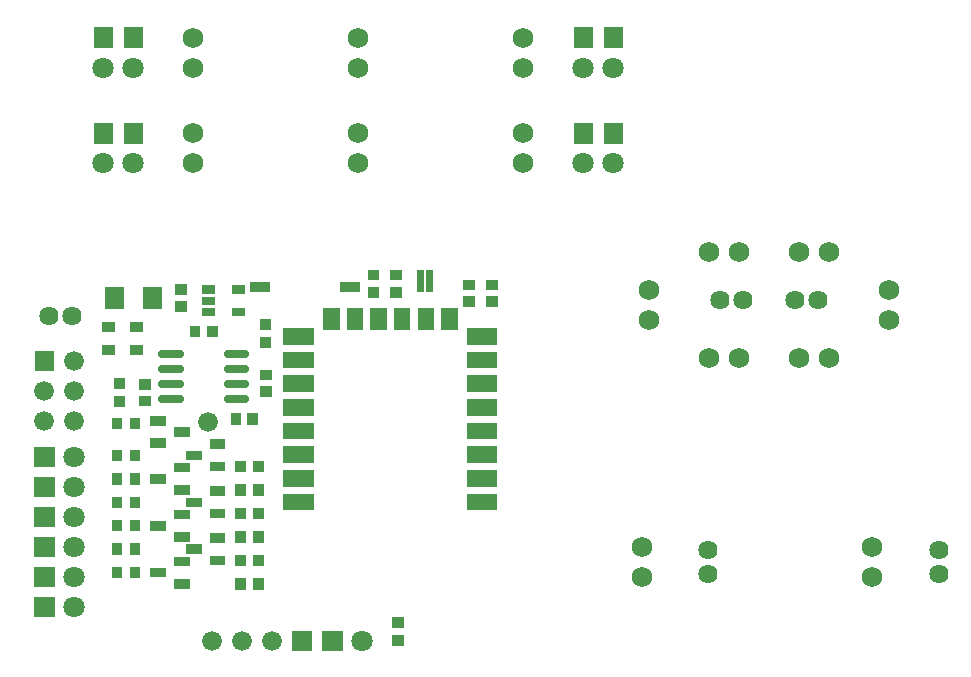
<source format=gts>
G04 Layer: TopSolderMaskLayer*
G04 EasyEDA v6.5.1, 2022-03-27 00:01:15*
G04 cc65af8350e74c879d8fba7fd4beee03,7d3f4a13764643a7838717c5c1d40531,10*
G04 Gerber Generator version 0.2*
G04 Scale: 100 percent, Rotated: No, Reflected: No *
G04 Dimensions in inches *
G04 leading zeros omitted , absolute positions ,3 integer and 6 decimal *
%FSLAX36Y36*%
%MOIN*%

%ADD45C,0.0271*%
%ADD48C,0.0660*%
%ADD52C,0.0709*%
%ADD53R,0.1024X0.0552*%
%ADD60C,0.0640*%
%ADD62C,0.0690*%

%LPD*%
D45*
X560160Y1037500D02*
G01*
X502799Y1037500D01*
X560160Y987500D02*
G01*
X502799Y987500D01*
X560160Y937500D02*
G01*
X502799Y937500D01*
X560160Y887500D02*
G01*
X502799Y887500D01*
X778460Y1037500D02*
G01*
X721098Y1037500D01*
X778460Y987500D02*
G01*
X721098Y987500D01*
X778460Y937500D02*
G01*
X721098Y937500D01*
X778460Y887500D02*
G01*
X721098Y887500D01*
G36*
X1268500Y65000D02*
G01*
X1268500Y100700D01*
X1306499Y100700D01*
X1306499Y65000D01*
G37*
G36*
X1268500Y124299D02*
G01*
X1268500Y160000D01*
X1306499Y160000D01*
X1306499Y124299D01*
G37*
G36*
X935699Y48200D02*
G01*
X935699Y114200D01*
X1001800Y114200D01*
X1001800Y48200D01*
G37*
D48*
G01*
X868750Y81250D03*
G01*
X768750Y81250D03*
G01*
X668750Y81250D03*
G36*
X1381999Y1243800D02*
G01*
X1381999Y1318699D01*
X1405699Y1318699D01*
X1405699Y1243800D01*
G37*
G36*
X1350500Y1243800D02*
G01*
X1350500Y1318699D01*
X1374200Y1318699D01*
X1374200Y1243800D01*
G37*
G36*
X462100Y799699D02*
G01*
X462100Y831300D01*
X515300Y831300D01*
X515300Y799699D01*
G37*
G36*
X462100Y724899D02*
G01*
X462100Y756500D01*
X515300Y756500D01*
X515300Y724899D01*
G37*
G36*
X540900Y762300D02*
G01*
X540900Y793899D01*
X594099Y793899D01*
X594099Y762300D01*
G37*
G36*
X540900Y256199D02*
G01*
X540900Y287800D01*
X594099Y287800D01*
X594099Y256199D01*
G37*
G36*
X540900Y330999D02*
G01*
X540900Y362600D01*
X594099Y362600D01*
X594099Y330999D01*
G37*
G36*
X462100Y293600D02*
G01*
X462100Y325199D01*
X515300Y325199D01*
X515300Y293600D01*
G37*
G36*
X659699Y334299D02*
G01*
X659699Y365900D01*
X712899Y365900D01*
X712899Y334299D01*
G37*
G36*
X659699Y409099D02*
G01*
X659699Y440700D01*
X712899Y440700D01*
X712899Y409099D01*
G37*
G36*
X580900Y371700D02*
G01*
X580900Y403299D01*
X634099Y403299D01*
X634099Y371700D01*
G37*
G36*
X540900Y412399D02*
G01*
X540900Y444000D01*
X594099Y444000D01*
X594099Y412399D01*
G37*
G36*
X540900Y487199D02*
G01*
X540900Y518800D01*
X594099Y518800D01*
X594099Y487199D01*
G37*
G36*
X462100Y449800D02*
G01*
X462100Y481399D01*
X515300Y481399D01*
X515300Y449800D01*
G37*
G36*
X659699Y490500D02*
G01*
X659699Y522100D01*
X712899Y522100D01*
X712899Y490500D01*
G37*
G36*
X659699Y565300D02*
G01*
X659699Y596900D01*
X712899Y596900D01*
X712899Y565300D01*
G37*
G36*
X580900Y527899D02*
G01*
X580900Y559499D01*
X634099Y559499D01*
X634099Y527899D01*
G37*
G36*
X540900Y568699D02*
G01*
X540900Y600300D01*
X594099Y600300D01*
X594099Y568699D01*
G37*
G36*
X540900Y643499D02*
G01*
X540900Y675100D01*
X594099Y675100D01*
X594099Y643499D01*
G37*
G36*
X462100Y606100D02*
G01*
X462100Y637699D01*
X515300Y637699D01*
X515300Y606100D01*
G37*
G36*
X659699Y646799D02*
G01*
X659699Y678400D01*
X712899Y678400D01*
X712899Y646799D01*
G37*
G36*
X659699Y721599D02*
G01*
X659699Y753200D01*
X712899Y753200D01*
X712899Y721599D01*
G37*
G36*
X580900Y684200D02*
G01*
X580900Y715799D01*
X634099Y715799D01*
X634099Y684200D01*
G37*
G36*
X1033299Y48200D02*
G01*
X1033299Y114200D01*
X1104200Y114200D01*
X1104200Y48200D01*
G37*
D52*
G01*
X1168750Y81250D03*
G36*
X1516400Y517699D02*
G01*
X1516400Y572899D01*
X1618800Y572899D01*
X1618800Y517699D01*
G37*
G36*
X1516400Y596399D02*
G01*
X1516400Y651599D01*
X1618800Y651599D01*
X1618800Y596399D01*
G37*
G36*
X1516400Y675199D02*
G01*
X1516400Y730399D01*
X1618800Y730399D01*
X1618800Y675199D01*
G37*
D53*
G01*
X1567610Y781500D03*
G36*
X1516400Y832600D02*
G01*
X1516400Y887800D01*
X1618800Y887800D01*
X1618800Y832600D01*
G37*
G36*
X1516400Y911399D02*
G01*
X1516400Y966599D01*
X1618800Y966599D01*
X1618800Y911399D01*
G37*
G36*
X1516400Y990100D02*
G01*
X1516400Y1045300D01*
X1618800Y1045300D01*
X1618800Y990100D01*
G37*
G36*
X1516400Y1068899D02*
G01*
X1516400Y1124099D01*
X1618800Y1124099D01*
X1618800Y1068899D01*
G37*
G36*
X1431800Y1117300D02*
G01*
X1431800Y1192199D01*
X1486999Y1192199D01*
X1486999Y1117300D01*
G37*
G36*
X1353100Y1117199D02*
G01*
X1353100Y1192100D01*
X1408199Y1192100D01*
X1408199Y1117199D01*
G37*
G36*
X1274300Y1117300D02*
G01*
X1274300Y1192100D01*
X1329499Y1192100D01*
X1329499Y1117300D01*
G37*
G36*
X1195600Y1117300D02*
G01*
X1195600Y1192100D01*
X1250799Y1192100D01*
X1250799Y1117300D01*
G37*
G36*
X1116800Y1117300D02*
G01*
X1116800Y1192100D01*
X1171999Y1192100D01*
X1171999Y1117300D01*
G37*
G36*
X1038100Y1117300D02*
G01*
X1038100Y1192199D01*
X1093299Y1192199D01*
X1093299Y1117300D01*
G37*
G36*
X906199Y1068899D02*
G01*
X906199Y1124099D01*
X1008599Y1124099D01*
X1008599Y1068899D01*
G37*
G36*
X906199Y990100D02*
G01*
X906199Y1045300D01*
X1008599Y1045300D01*
X1008599Y990100D01*
G37*
G36*
X906199Y911399D02*
G01*
X906199Y966599D01*
X1008599Y966599D01*
X1008599Y911399D01*
G37*
G36*
X906199Y832600D02*
G01*
X906199Y887800D01*
X1008599Y887800D01*
X1008599Y832600D01*
G37*
G36*
X906199Y753899D02*
G01*
X906199Y809099D01*
X1008599Y809099D01*
X1008599Y753899D01*
G37*
G36*
X906199Y675199D02*
G01*
X906199Y730300D01*
X1008599Y730300D01*
X1008599Y675199D01*
G37*
G36*
X906199Y596399D02*
G01*
X906199Y651599D01*
X1008599Y651599D01*
X1008599Y596399D01*
G37*
G36*
X906199Y517699D02*
G01*
X906199Y572899D01*
X1008599Y572899D01*
X1008599Y517699D01*
G37*
G36*
X1262200Y1224299D02*
G01*
X1262200Y1260100D01*
X1300299Y1260100D01*
X1300299Y1224299D01*
G37*
G36*
X1262200Y1283699D02*
G01*
X1262200Y1319400D01*
X1300299Y1319400D01*
X1300299Y1283699D01*
G37*
G36*
X1187200Y1283699D02*
G01*
X1187200Y1319400D01*
X1225299Y1319400D01*
X1225299Y1283699D01*
G37*
G36*
X1187200Y1224299D02*
G01*
X1187200Y1260100D01*
X1225299Y1260100D01*
X1225299Y1224299D01*
G37*
G36*
X827899Y1058699D02*
G01*
X827899Y1094499D01*
X865900Y1094499D01*
X865900Y1058699D01*
G37*
G36*
X827899Y1118000D02*
G01*
X827899Y1153800D01*
X865900Y1153800D01*
X865900Y1118000D01*
G37*
G36*
X1580299Y1195300D02*
G01*
X1580299Y1230799D01*
X1619700Y1230799D01*
X1619700Y1195300D01*
G37*
G36*
X1580299Y1250399D02*
G01*
X1580299Y1285900D01*
X1619700Y1285900D01*
X1619700Y1250399D01*
G37*
G36*
X1505299Y1195300D02*
G01*
X1505299Y1230799D01*
X1544700Y1230799D01*
X1544700Y1195300D01*
G37*
G36*
X1505299Y1250399D02*
G01*
X1505299Y1285900D01*
X1544700Y1285900D01*
X1544700Y1250399D01*
G37*
G36*
X545900Y1234800D02*
G01*
X545900Y1270300D01*
X585300Y1270300D01*
X585300Y1234800D01*
G37*
G36*
X545900Y1179699D02*
G01*
X545900Y1215199D01*
X585300Y1215199D01*
X585300Y1179699D01*
G37*
G36*
X735799Y1239200D02*
G01*
X735799Y1266799D01*
X779099Y1266799D01*
X779099Y1239200D01*
G37*
G36*
X735799Y1164400D02*
G01*
X735799Y1191999D01*
X779099Y1191999D01*
X779099Y1164400D01*
G37*
G36*
X633400Y1164400D02*
G01*
X633400Y1191999D01*
X676799Y1191999D01*
X676799Y1164400D01*
G37*
G36*
X633400Y1201799D02*
G01*
X633400Y1229400D01*
X676799Y1229400D01*
X676799Y1201799D01*
G37*
G36*
X633400Y1239200D02*
G01*
X633400Y1266799D01*
X676799Y1266799D01*
X676799Y1239200D01*
G37*
G36*
X1096099Y1245500D02*
G01*
X1096099Y1279499D01*
X1160100Y1279499D01*
X1160100Y1245500D01*
G37*
G36*
X796099Y1245500D02*
G01*
X796099Y1279499D01*
X860100Y1279499D01*
X860100Y1245500D01*
G37*
G36*
X593099Y1093499D02*
G01*
X593099Y1131500D01*
X628800Y1131500D01*
X628800Y1093499D01*
G37*
G36*
X652399Y1093499D02*
G01*
X652399Y1131500D01*
X688200Y1131500D01*
X688200Y1093499D01*
G37*
G36*
X437699Y1189000D02*
G01*
X437699Y1260999D01*
X500199Y1260999D01*
X500199Y1189000D01*
G37*
G36*
X312300Y1189000D02*
G01*
X312300Y1260999D01*
X374800Y1260999D01*
X374800Y1189000D01*
G37*
D48*
G01*
X209380Y815619D03*
G01*
X109380Y815619D03*
G01*
X209380Y915619D03*
G01*
X109380Y915619D03*
G01*
X209380Y1015619D03*
G36*
X76399Y982600D02*
G01*
X76399Y1048600D01*
X142399Y1048600D01*
X142399Y982600D01*
G37*
G36*
X333699Y290399D02*
G01*
X333699Y328400D01*
X369499Y328400D01*
X369499Y290399D01*
G37*
G36*
X393000Y290399D02*
G01*
X393000Y328400D01*
X428800Y328400D01*
X428800Y290399D01*
G37*
G36*
X333699Y368499D02*
G01*
X333699Y406500D01*
X369499Y406500D01*
X369499Y368499D01*
G37*
G36*
X393000Y368499D02*
G01*
X393000Y406500D01*
X428800Y406500D01*
X428800Y368499D01*
G37*
G36*
X333699Y446599D02*
G01*
X333699Y484600D01*
X369499Y484600D01*
X369499Y446599D01*
G37*
G36*
X393000Y446599D02*
G01*
X393000Y484600D01*
X428800Y484600D01*
X428800Y446599D01*
G37*
G36*
X333699Y524699D02*
G01*
X333699Y562800D01*
X369499Y562800D01*
X369499Y524699D01*
G37*
G36*
X393000Y524699D02*
G01*
X393000Y562800D01*
X428800Y562800D01*
X428800Y524699D01*
G37*
G36*
X333699Y602899D02*
G01*
X333699Y640900D01*
X369499Y640900D01*
X369499Y602899D01*
G37*
G36*
X393000Y602899D02*
G01*
X393000Y640900D01*
X428800Y640900D01*
X428800Y602899D01*
G37*
G36*
X333699Y680999D02*
G01*
X333699Y719000D01*
X369499Y719000D01*
X369499Y680999D01*
G37*
G36*
X393000Y680999D02*
G01*
X393000Y719000D01*
X428800Y719000D01*
X428800Y680999D01*
G37*
G36*
X73899Y160700D02*
G01*
X73899Y226700D01*
X144800Y226700D01*
X144800Y160700D01*
G37*
D52*
G01*
X209380Y193739D03*
G36*
X73899Y260700D02*
G01*
X73899Y326700D01*
X144800Y326700D01*
X144800Y260700D01*
G37*
G01*
X209380Y293739D03*
D60*
G01*
X123130Y1165590D03*
G01*
X201829Y1165590D03*
G36*
X729699Y802199D02*
G01*
X729699Y841599D01*
X765200Y841599D01*
X765200Y802199D01*
G37*
G36*
X784799Y802199D02*
G01*
X784799Y841599D01*
X820299Y841599D01*
X820299Y802199D01*
G37*
G36*
X827200Y895300D02*
G01*
X827200Y930799D01*
X866599Y930799D01*
X866599Y895300D01*
G37*
G36*
X827200Y950399D02*
G01*
X827200Y985900D01*
X866599Y985900D01*
X866599Y950399D01*
G37*
G36*
X424000Y919200D02*
G01*
X424000Y954699D01*
X463499Y954699D01*
X463499Y919200D01*
G37*
G36*
X424000Y864099D02*
G01*
X424000Y899600D01*
X463499Y899600D01*
X463499Y864099D01*
G37*
G36*
X746199Y252899D02*
G01*
X746199Y290900D01*
X781999Y290900D01*
X781999Y252899D01*
G37*
G36*
X805500Y252899D02*
G01*
X805500Y290900D01*
X841300Y290900D01*
X841300Y252899D01*
G37*
G36*
X746199Y330999D02*
G01*
X746199Y369000D01*
X781999Y369000D01*
X781999Y330999D01*
G37*
G36*
X805500Y330999D02*
G01*
X805500Y369000D01*
X841300Y369000D01*
X841300Y330999D01*
G37*
G36*
X746199Y409099D02*
G01*
X746199Y447100D01*
X781999Y447100D01*
X781999Y409099D01*
G37*
G36*
X805500Y409099D02*
G01*
X805500Y447100D01*
X841300Y447100D01*
X841300Y409099D01*
G37*
G36*
X746199Y487199D02*
G01*
X746199Y525300D01*
X781999Y525300D01*
X781999Y487199D01*
G37*
G36*
X805500Y487199D02*
G01*
X805500Y525300D01*
X841300Y525300D01*
X841300Y487199D01*
G37*
G36*
X746199Y565399D02*
G01*
X746199Y603400D01*
X781999Y603400D01*
X781999Y565399D01*
G37*
G36*
X805500Y565399D02*
G01*
X805500Y603400D01*
X841300Y603400D01*
X841300Y565399D01*
G37*
G36*
X746199Y643499D02*
G01*
X746199Y681500D01*
X781999Y681500D01*
X781999Y643499D01*
G37*
G36*
X805500Y643499D02*
G01*
X805500Y681500D01*
X841300Y681500D01*
X841300Y643499D01*
G37*
D62*
G01*
X1156250Y1773750D03*
G01*
X1156250Y1673750D03*
G01*
X1156250Y2092500D03*
G01*
X1156250Y1992500D03*
G01*
X1706250Y2092500D03*
G01*
X1706250Y1992500D03*
G01*
X606250Y2092500D03*
G01*
X606250Y1992500D03*
G01*
X1706250Y1773750D03*
G01*
X1706250Y1673750D03*
G01*
X606250Y1773750D03*
G01*
X606250Y1673750D03*
G36*
X73899Y660700D02*
G01*
X73899Y726700D01*
X144800Y726700D01*
X144800Y660700D01*
G37*
D52*
G01*
X209380Y693739D03*
G36*
X333699Y787199D02*
G01*
X333699Y825300D01*
X369499Y825300D01*
X369499Y787199D01*
G37*
G36*
X393000Y787199D02*
G01*
X393000Y825300D01*
X428800Y825300D01*
X428800Y787199D01*
G37*
G36*
X340399Y921100D02*
G01*
X340399Y956900D01*
X378400Y956900D01*
X378400Y921100D01*
G37*
G36*
X340399Y861799D02*
G01*
X340399Y897600D01*
X378400Y897600D01*
X378400Y861799D01*
G37*
G36*
X393200Y1033200D02*
G01*
X393200Y1066799D01*
X436599Y1066799D01*
X436599Y1033200D01*
G37*
G36*
X300900Y1033200D02*
G01*
X300900Y1066799D01*
X344299Y1066799D01*
X344299Y1033200D01*
G37*
G36*
X300900Y1111399D02*
G01*
X300900Y1144899D01*
X344299Y1144899D01*
X344299Y1111399D01*
G37*
G36*
X393200Y1111399D02*
G01*
X393200Y1144899D01*
X436599Y1144899D01*
X436599Y1111399D01*
G37*
D62*
G01*
X2100000Y393750D03*
G01*
X2100000Y293750D03*
G01*
X2868750Y393750D03*
G01*
X2868750Y293750D03*
G36*
X73899Y360700D02*
G01*
X73899Y426700D01*
X144800Y426700D01*
X144800Y360700D01*
G37*
D52*
G01*
X209380Y393739D03*
G36*
X73899Y460700D02*
G01*
X73899Y526700D01*
X144800Y526700D01*
X144800Y460700D01*
G37*
G01*
X209380Y493739D03*
G36*
X73899Y560700D02*
G01*
X73899Y626700D01*
X144800Y626700D01*
X144800Y560700D01*
G37*
G01*
X209380Y593739D03*
D62*
G01*
X2325000Y1378130D03*
G01*
X2425000Y1378130D03*
G01*
X2425000Y1025000D03*
G01*
X2325000Y1025000D03*
G01*
X2925000Y1151250D03*
G01*
X2925000Y1251250D03*
G01*
X2625000Y1025000D03*
G01*
X2725000Y1025000D03*
G01*
X2125000Y1151250D03*
G01*
X2125000Y1251250D03*
G01*
X2625000Y1378130D03*
G01*
X2725000Y1378130D03*
D60*
G01*
X2360649Y1216880D03*
G01*
X2439350Y1216880D03*
G01*
X2610649Y1216880D03*
G01*
X2689350Y1216880D03*
G01*
X3090630Y384349D03*
G01*
X3090630Y305650D03*
G01*
X2321880Y384969D03*
G01*
X2321880Y306269D03*
G36*
X1973199Y1738299D02*
G01*
X1973199Y1809200D01*
X2039200Y1809200D01*
X2039200Y1738299D01*
G37*
D52*
G01*
X2006250Y1673750D03*
G36*
X373200Y1738299D02*
G01*
X373200Y1809200D01*
X439200Y1809200D01*
X439200Y1738299D01*
G37*
G01*
X406250Y1673750D03*
G36*
X1873199Y1738299D02*
G01*
X1873199Y1809200D01*
X1939200Y1809200D01*
X1939200Y1738299D01*
G37*
G01*
X1906250Y1673750D03*
G36*
X273200Y1738299D02*
G01*
X273200Y1809200D01*
X339200Y1809200D01*
X339200Y1738299D01*
G37*
G01*
X306250Y1673750D03*
G36*
X1973199Y2056999D02*
G01*
X1973199Y2128000D01*
X2039200Y2128000D01*
X2039200Y2056999D01*
G37*
G01*
X2006250Y1992500D03*
G36*
X373200Y2056999D02*
G01*
X373200Y2128000D01*
X439200Y2128000D01*
X439200Y2056999D01*
G37*
G01*
X406250Y1992500D03*
G36*
X1873199Y2056999D02*
G01*
X1873199Y2128000D01*
X1939200Y2128000D01*
X1939200Y2056999D01*
G37*
G01*
X1906250Y1992500D03*
G36*
X273200Y2056999D02*
G01*
X273200Y2128000D01*
X339200Y2128000D01*
X339200Y2056999D01*
G37*
G01*
X306250Y1992500D03*
D48*
G01*
X653130Y812500D03*
M02*

</source>
